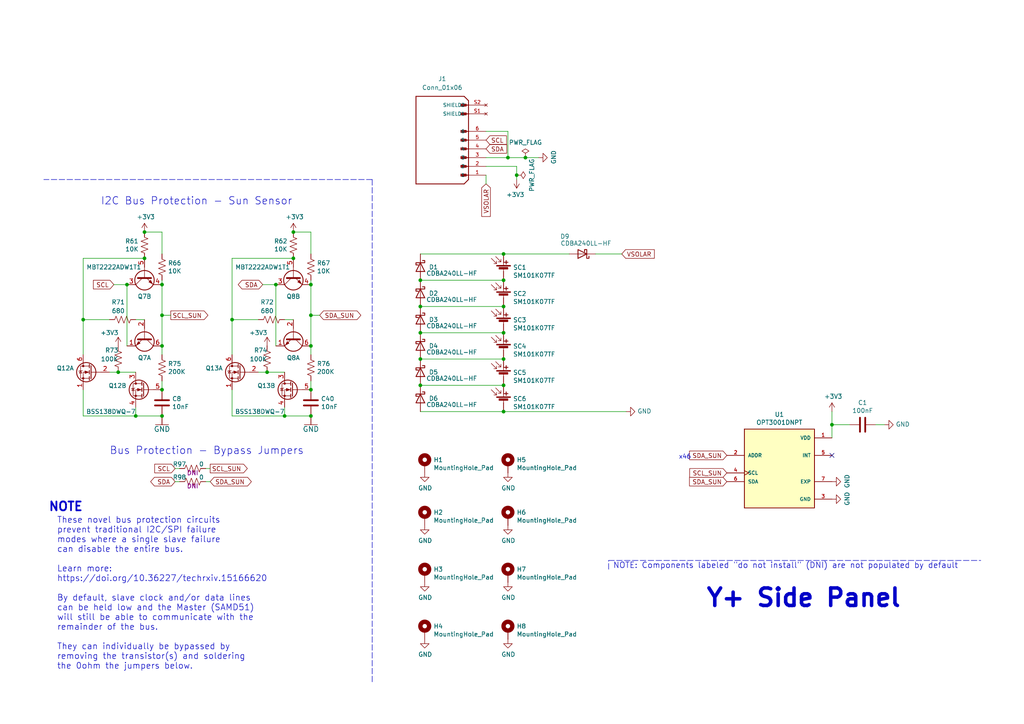
<source format=kicad_sch>
(kicad_sch (version 20211123) (generator eeschema)
  (paper "A4")
  (title_block (title "Sapling Y- Side Panel") (date "2022-05-02") (rev "Flight Ver. 1") (company "Stanford SSI") (comment 1 "Grant Regen"))
  (lib_symbols
    (symbol "Device:C" (pin_numbers hide) (pin_names (offset 0.254))
      (property "Reference" "C" (at 0.635 2.54 0))
      (property "Value" "C" (at 0.635 -2.54 0))
      (symbol "C_0_1"
        (polyline (pts (xy -2.032 -0.762) (xy 2.032 -0.762)) (stroke (width 0.508)))
        (polyline (pts (xy -2.032 0.762) (xy 2.032 0.762)) (stroke (width 0.508)))
      )
      (symbol "C_1_1"
        (pin passive line (at 0 3.81 270) (length 2.794) (name "~") (number "1"))
        (pin passive line (at 0 -3.81 90) (length 2.794) (name "~") (number "2"))
      )
    )
    (symbol "Device:D_Schottky" (pin_numbers hide) (pin_names (offset 1.016) hide)
      (property "Reference" "D" (at 0 2.54 0))
      (property "Value" "D_Schottky" (at 0 -2.54 0))
      (symbol "D_Schottky_0_1"
        (polyline (pts (xy 1.27 0) (xy -1.27 0)))
        (polyline (pts (xy 1.27 1.27) (xy 1.27 -1.27) (xy -1.27 0) (xy 1.27 1.27)) (stroke (width 0.254)))
        (polyline (pts (xy -1.905 0.635) (xy -1.905 1.27) (xy -1.27 1.27) (xy -1.27 -1.27) (xy -0.635 -1.27) (xy -0.635 -0.635)) (stroke (width 0.254)))
      )
      (symbol "D_Schottky_1_1"
        (pin passive line (at -3.81 0 0) (length 2.54) (name "K") (number "1"))
        (pin passive line (at 3.81 0 180) (length 2.54) (name "A") (number "2"))
      )
    )
    (symbol "Device:R_US" (pin_numbers hide) (pin_names (offset 0))
      (property "Reference" "R" (at 2.54 0 90))
      (property "Value" "R_US" (at -2.54 0 90))
      (symbol "R_US_0_1"
        (polyline (pts (xy 0 -2.286) (xy 0 -2.54)))
        (polyline (pts (xy 0 2.286) (xy 0 2.54)))
        (polyline (pts (xy 0 -0.762) (xy 1.016 -1.143) (xy 0 -1.524) (xy -1.016 -1.905) (xy 0 -2.286)))
        (polyline (pts (xy 0 0.762) (xy 1.016 0.381) (xy 0 0) (xy -1.016 -0.381) (xy 0 -0.762)))
        (polyline (pts (xy 0 2.286) (xy 1.016 1.905) (xy 0 1.524) (xy -1.016 1.143) (xy 0 0.762)))
      )
      (symbol "R_US_1_1"
        (pin passive line (at 0 3.81 270) (length 1.27) (name "~") (number "1"))
        (pin passive line (at 0 -3.81 90) (length 1.27) (name "~") (number "2"))
      )
    )
    (symbol "Device:Solar_Cell" (pin_numbers hide) (pin_names (offset 0) hide)
      (property "Reference" "SC" (at 2.54 2.54 0))
      (property "Value" "Solar_Cell" (at 2.54 0 0))
      (symbol "Solar_Cell_0_1"
        (rectangle (start -2.032 1.778) (end 2.032 1.524) (fill (type outline)))
        (rectangle (start -1.3208 1.1938) (end 1.27 0.6858) (fill (type outline)))
        (polyline (pts (xy -2.032 2.286) (xy -3.556 3.81)))
        (polyline (pts (xy -0.762 2.794) (xy -2.286 4.318)))
        (polyline (pts (xy 0 0.762) (xy 0 0)))
        (polyline (pts (xy 0 1.778) (xy 0 2.54)))
        (polyline (pts (xy 0.254 2.667) (xy 1.27 2.667)) (stroke (width 0.254)))
        (polyline (pts (xy 0.762 3.175) (xy 0.762 2.159)) (stroke (width 0.254)))
        (polyline (pts (xy -2.032 3.048) (xy -2.032 2.286) (xy -2.794 2.286)))
        (polyline (pts (xy -0.762 3.556) (xy -0.762 2.794) (xy -1.524 2.794)))
      )
      (symbol "Solar_Cell_1_1"
        (pin passive line (at 0 5.08 270) (length 2.54) (name "+") (number "1"))
        (pin passive line (at 0 -2.54 90) (length 2.54) (name "-") (number "2"))
      )
    )
    (symbol "Mechanical:MountingHole_Pad" (pin_numbers hide) (pin_names (offset 1.016) hide)
      (property "Reference" "H" (at 0 6.35 0))
      (property "Value" "MountingHole_Pad" (at 0 4.445 0))
      (symbol "MountingHole_Pad_0_1"
        (circle (center 0 1.27) (radius 1.27) (stroke (width 1.27)))
      )
      (symbol "MountingHole_Pad_1_1"
        (pin input line (at 0 -2.54 90) (length 2.54) (name "1") (number "1"))
      )
    )
    (symbol "Transistor_BJT:MBT2222ADW1T1" (pin_names (offset 0) hide)
      (property "Reference" "Q" (at 5.08 1.27 0))
      (property "Value" "MBT2222ADW1T1" (at 5.08 -1.27 0))
      (symbol "MBT2222ADW1T1_0_1"
        (polyline (pts (xy 0.635 0) (xy -2.54 0)))
        (polyline (pts (xy 0.635 0.635) (xy 2.54 2.54)))
        (polyline (pts (xy 0.635 -0.635) (xy 2.54 -2.54) (xy 2.54 -2.54)))
        (polyline (pts (xy 0.635 1.905) (xy 0.635 -1.905) (xy 0.635 -1.905)) (stroke (width 0.508)))
        (polyline (pts (xy 1.27 -1.778) (xy 1.778 -1.27) (xy 2.286 -2.286) (xy 1.27 -1.778) (xy 1.27 -1.778)) (fill (type outline)))
        (circle (center 1.27 0) (radius 2.8194) (stroke (width 0.254)))
      )
      (symbol "MBT2222ADW1T1_1_1"
        (pin passive line (at 2.54 -5.08 90) (length 2.54) (name "E1") (number "1"))
        (pin input line (at -5.08 0 0) (length 2.54) (name "B1") (number "2"))
        (pin passive line (at 2.54 5.08 270) (length 2.54) (name "C1") (number "6"))
      )
      (symbol "MBT2222ADW1T1_2_1"
        (pin passive line (at 2.54 5.08 270) (length 2.54) (name "C2") (number "3"))
        (pin passive line (at 2.54 -5.08 90) (length 2.54) (name "E2") (number "4"))
        (pin input line (at -5.08 0 0) (length 2.54) (name "B2") (number "5"))
      )
    )
    (symbol "mainboard:BSS138DWQ-7" (pin_names (offset 0.762) hide)
      (property "Reference" "Q" (at -2.54 5.08 0))
      (property "Value" "BSS138DWQ-7" (at 3.81 6.35 0))
      (symbol "BSS138DWQ-7_1_1"
        (polyline (pts (xy -1.016 0) (xy -3.81 0)))
        (polyline (pts (xy -1.016 1.905) (xy -1.016 -1.905)) (stroke (width 0.254)))
        (polyline (pts (xy -0.508 -1.27) (xy -0.508 -2.286)) (stroke (width 0.254)))
        (polyline (pts (xy -0.508 0.508) (xy -0.508 -0.508)) (stroke (width 0.254)))
        (polyline (pts (xy -0.508 2.286) (xy -0.508 1.27)) (stroke (width 0.254)))
        (polyline (pts (xy 1.27 2.54) (xy 1.27 1.778)))
        (polyline (pts (xy 1.27 -2.54) (xy 1.27 0) (xy -0.508 0)))
        (polyline (pts (xy -0.508 -1.778) (xy 2.032 -1.778) (xy 2.032 1.778) (xy -0.508 1.778)))
        (polyline (pts (xy -0.254 0) (xy 0.762 0.381) (xy 0.762 -0.381) (xy -0.254 0)) (fill (type outline)))
        (polyline (pts (xy 1.524 0.508) (xy 1.651 0.381) (xy 2.413 0.381) (xy 2.54 0.254)))
        (polyline (pts (xy 2.032 0.381) (xy 1.651 -0.254) (xy 2.413 -0.254) (xy 2.032 0.381)))
        (circle (center 0.381 0) (radius 2.794) (stroke (width 0.254)))
        (circle (center 1.27 -1.778) (radius 0.254) (fill (type outline)))
        (circle (center 1.27 1.778) (radius 0.254) (fill (type outline)))
        (pin passive line (at 1.27 -5.08 90) (length 2.54) (name "S2") (number "1"))
        (pin input line (at -6.35 0 0) (length 2.54) (name "G2") (number "2"))
        (pin passive line (at 1.27 5.08 270) (length 2.54) (name "D1") (number "6"))
      )
      (symbol "BSS138DWQ-7_2_1"
        (polyline (pts (xy -1.016 0) (xy -3.81 0)))
        (polyline (pts (xy -1.016 1.905) (xy -1.016 -1.905)) (stroke (width 0.254)))
        (polyline (pts (xy -0.508 -1.27) (xy -0.508 -2.286)) (stroke (width 0.254)))
        (polyline (pts (xy -0.508 0.508) (xy -0.508 -0.508)) (stroke (width 0.254)))
        (polyline (pts (xy -0.508 2.286) (xy -0.508 1.27)) (stroke (width 0.254)))
        (polyline (pts (xy 1.27 2.54) (xy 1.27 1.778)))
        (polyline (pts (xy 1.27 -2.54) (xy 1.27 0) (xy -0.508 0)))
        (polyline (pts (xy -0.508 -1.778) (xy 2.032 -1.778) (xy 2.032 1.778) (xy -0.508 1.778)))
        (polyline (pts (xy -0.254 0) (xy 0.762 0.381) (xy 0.762 -0.381) (xy -0.254 0)) (fill (type outline)))
        (polyline (pts (xy 1.524 0.508) (xy 1.651 0.381) (xy 2.413 0.381) (xy 2.54 0.254)))
        (polyline (pts (xy 2.032 0.381) (xy 1.651 -0.254) (xy 2.413 -0.254) (xy 2.032 0.381)))
        (circle (center 0.381 0) (radius 2.794) (stroke (width 0.254)))
        (circle (center 1.27 -1.778) (radius 0.254) (fill (type outline)))
        (circle (center 1.27 1.778) (radius 0.254) (fill (type outline)))
        (pin passive line (at 1.27 5.08 270) (length 2.54) (name "D2") (number "3"))
        (pin passive line (at 1.27 -5.08 90) (length 2.54) (name "S1") (number "4"))
        (pin input line (at -6.35 0 0) (length 2.54) (name "G1") (number "5"))
      )
    )
    (symbol "mainboard:GND" (power) (pin_names (offset 1.016))
      (property "Value" "GND" (at -2.54 -2.54 0))
      (symbol "GND_1_0"
        (polyline (pts (xy -1.905 0) (xy 1.905 0)))
        (pin power_in line (at 0 2.54 270) (length 2.54) (name "GND") (number "1"))
      )
    )
    (symbol "power:+3.3V" (power) (pin_names (offset 0))
      (property "Value" "+3.3V" (at 0 3.556 0))
      (symbol "+3.3V_0_1"
        (polyline (pts (xy -0.762 1.27) (xy 0 2.54)))
        (polyline (pts (xy 0 0) (xy 0 2.54)))
        (polyline (pts (xy 0 2.54) (xy 0.762 1.27)))
      )
      (symbol "+3.3V_1_1"
        (pin power_in line (at 0 0 90) (length 0) hide (name "+3V3") (number "1"))
      )
    )
    (symbol "power:GND" (power) (pin_names (offset 0))
      (property "Value" "GND" (at 0 -3.81 0))
      (symbol "GND_0_1"
        (polyline (pts (xy 0 0) (xy 0 -1.27) (xy 1.27 -1.27) (xy 0 -2.54) (xy -1.27 -1.27) (xy 0 -1.27)))
      )
      (symbol "GND_1_1"
        (pin power_in line (at 0 0 270) (length 0) hide (name "GND") (number "1"))
      )
    )
    (symbol "power:PWR_FLAG" (power) (pin_numbers hide) (pin_names (offset 0) hide)
      (property "Value" "PWR_FLAG" (at 0 3.81 0))
      (symbol "PWR_FLAG_0_0"
        (pin power_out line (at 0 0 90) (length 0) (name "pwr") (number "1"))
      )
      (symbol "PWR_FLAG_0_1"
        (polyline (pts (xy 0 0) (xy 0 1.27) (xy -1.016 1.905) (xy 0 2.54) (xy 1.016 1.905) (xy 0 1.27)))
      )
    )
    (symbol "solarpanelboards:2053380006" (pin_names (offset 1.016))
      (property "Reference" "J" (at -7.62 13.97 0))
      (property "Value" "2053380006" (at -7.62 -15.24 0))
      (symbol "2053380006_0_0"
        (rectangle (start -6.985 -10.4648) (end -5.3848 -9.8298) (fill (type outline)))
        (rectangle (start -6.985 -7.9248) (end -5.3848 -7.2898) (fill (type outline)))
        (rectangle (start -6.985 -2.8448) (end -5.3848 -2.2098) (fill (type outline)))
        (rectangle (start -6.985 -0.3048) (end -5.3848 0.3048) (fill (type outline)))
        (rectangle (start -6.985 2.2098) (end -5.3848 2.8448) (fill (type outline)))
        (rectangle (start -6.985 4.7498) (end -5.3848 5.3848) (fill (type outline)))
        (rectangle (start -6.985 7.2898) (end -5.3848 7.9248) (fill (type outline)))
        (rectangle (start -6.985 9.8298) (end -5.3848 10.4648) (fill (type outline)))
        (polyline (pts (xy -7.62 -11.43) (xy -6.35 -12.7)) (stroke (width 0.254)))
        (polyline (pts (xy -7.62 -10.16) (xy -5.715 -10.16)) (stroke (width 0.254)))
        (polyline (pts (xy -7.62 -7.62) (xy -5.715 -7.62)) (stroke (width 0.254)))
        (polyline (pts (xy -7.62 -2.54) (xy -7.62 -11.43)) (stroke (width 0.254)))
        (polyline (pts (xy -7.62 -2.54) (xy -5.715 -2.54)) (stroke (width 0.254)))
        (polyline (pts (xy -7.62 0) (xy -7.62 -2.54)) (stroke (width 0.254)))
        (polyline (pts (xy -7.62 0) (xy -5.715 0)) (stroke (width 0.254)))
        (polyline (pts (xy -7.62 2.54) (xy -7.62 0)) (stroke (width 0.254)))
        (polyline (pts (xy -7.62 2.54) (xy -5.715 2.54)) (stroke (width 0.254)))
        (polyline (pts (xy -7.62 5.08) (xy -7.62 2.54)) (stroke (width 0.254)))
        (polyline (pts (xy -7.62 5.08) (xy -5.715 5.08)) (stroke (width 0.254)))
        (polyline (pts (xy -7.62 7.62) (xy -5.715 7.62)) (stroke (width 0.254)))
        (polyline (pts (xy -7.62 10.16) (xy -5.715 10.16)) (stroke (width 0.254)))
        (polyline (pts (xy -7.62 11.43) (xy -7.62 5.08)) (stroke (width 0.254)))
        (polyline (pts (xy -7.62 11.43) (xy -6.35 12.7)) (stroke (width 0.254)))
        (polyline (pts (xy -6.35 -12.7) (xy 7.62 -12.7)) (stroke (width 0.254)))
        (polyline (pts (xy 7.62 -12.7) (xy 7.62 12.7)) (stroke (width 0.254)))
        (polyline (pts (xy 7.62 12.7) (xy -6.35 12.7)) (stroke (width 0.254)))
        (pin passive line (at -12.7 10.16 0) (length 5.08) (name "1") (number "1"))
        (pin passive line (at -12.7 7.62 0) (length 5.08) (name "2") (number "2"))
        (pin passive line (at -12.7 5.08 0) (length 5.08) (name "3") (number "3"))
        (pin passive line (at -12.7 2.54 0) (length 5.08) (name "4") (number "4"))
        (pin passive line (at -12.7 0 0) (length 5.08) (name "5") (number "5"))
        (pin passive line (at -12.7 -2.54 0) (length 5.08) (name "6") (number "6"))
        (pin no_connect line (at -12.7 -7.62 0) (length 5.08) (name "SHIELD1") (number "S1"))
        (pin no_connect line (at -12.7 -10.16 0) (length 5.08) (name "SHIELD2") (number "S2"))
      )
    )
    (symbol "solarpanelboards:OPT3001DNPT" (pin_names (offset 1.016))
      (property "Reference" "U" (at -10.16 13.97 0))
      (property "Value" "OPT3001DNPT" (at -6.35 -12.7 0))
      (symbol "OPT3001DNPT_0_0"
        (rectangle (start -10.16 -10.16) (end 10.16 12.7) (stroke (width 0.254)) (fill (type background)))
        (pin power_in line (at 15.24 10.16 180) (length 5.08) (name "VDD") (number "1"))
        (pin input line (at -15.24 5.08 0) (length 5.08) (name "ADDR") (number "2"))
        (pin power_in line (at 15.24 -7.62 180) (length 5.08) (name "GND") (number "3"))
        (pin input clock (at -15.24 0 0) (length 5.08) (name "SCL") (number "4"))
        (pin output line (at 15.24 5.08 180) (length 5.08) (name "INT") (number "5"))
        (pin bidirectional line (at -15.24 -2.54 0) (length 5.08) (name "SDA") (number "6"))
        (pin passive line (at 15.24 -2.54 180) (length 5.08) (name "EXP") (number "7"))
      )
    )
  )
  (junction (at 41.91 67.31))
  (junction (at 24.13 92.71))
  (junction (at 90.17 113.03))
  (junction (at 67.31 92.71))
  (junction (at 90.17 100.33))
  (junction (at 80.01 82.55))
  (junction (at 241.3 123.19))
  (junction (at 121.92 104.14))
  (junction (at 149.86 50.8))
  (junction (at 90.17 82.55))
  (junction (at 146.05 119.38))
  (junction (at 85.09 74.93))
  (junction (at 39.37 120.65))
  (junction (at 34.29 107.95))
  (junction (at 82.55 120.65))
  (junction (at 46.99 113.03))
  (junction (at 121.92 96.52))
  (junction (at 146.05 111.76))
  (junction (at 146.05 104.14))
  (junction (at 121.92 81.28))
  (junction (at 90.17 120.65))
  (junction (at 41.91 74.93))
  (junction (at 146.05 96.52))
  (junction (at 152.4 45.72))
  (junction (at 36.83 82.55))
  (junction (at 85.09 67.31))
  (junction (at 146.05 73.66))
  (junction (at 147.32 45.72))
  (junction (at 146.05 88.9))
  (junction (at 77.47 107.95))
  (junction (at 121.92 88.9))
  (junction (at 46.99 120.65))
  (junction (at 46.99 82.55))
  (junction (at 46.99 100.33))
  (junction (at 46.99 91.44))
  (junction (at 90.17 91.44))
  (junction (at 146.05 81.28))
  (junction (at 121.92 111.76))
  (no_connect (at 241.3 132.08))
  (wire (pts (xy 67.31 120.65) (xy 82.55 120.65)))
  (wire (pts (xy 90.17 100.33) (xy 90.17 91.44)))
  (wire (pts (xy 67.31 113.03) (xy 67.31 120.65)))
  (wire (pts (xy 90.17 102.87) (xy 90.17 100.33)))
  (wire (pts (xy 147.32 38.1) (xy 147.32 45.72)))
  (wire (pts (xy 67.31 92.71) (xy 74.93 92.71)))
  (wire (pts (xy 39.37 118.11) (xy 39.37 120.65)))
  (polyline (pts (xy 107.95 52.07) (xy 107.95 198.12)))
  (wire (pts (xy 60.96 139.7) (xy 59.69 139.7)))
  (wire (pts (xy 241.3 127) (xy 241.3 123.19)))
  (wire (pts (xy 172.72 73.66) (xy 180.34 73.66)))
  (wire (pts (xy 67.31 74.93) (xy 85.09 74.93)))
  (wire (pts (xy 254 123.19) (xy 256.54 123.19)))
  (wire (pts (xy 92.71 91.44) (xy 90.17 91.44)))
  (wire (pts (xy 46.99 67.31) (xy 41.91 67.31)))
  (wire (pts (xy 46.99 81.28) (xy 46.99 82.55)))
  (wire (pts (xy 82.55 120.65) (xy 90.17 120.65)))
  (wire (pts (xy 121.92 96.52) (xy 146.05 96.52)))
  (wire (pts (xy 147.32 45.72) (xy 152.4 45.72)))
  (wire (pts (xy 90.17 67.31) (xy 85.09 67.31)))
  (wire (pts (xy 50.8 135.89) (xy 52.07 135.89)))
  (wire (pts (xy 46.99 91.44) (xy 46.99 82.55)))
  (wire (pts (xy 39.37 107.95) (xy 34.29 107.95)))
  (wire (pts (xy 90.17 91.44) (xy 90.17 82.55)))
  (wire (pts (xy 50.8 139.7) (xy 52.07 139.7)))
  (wire (pts (xy 85.09 92.71) (xy 82.55 92.71)))
  (wire (pts (xy 46.99 100.33) (xy 46.99 91.44)))
  (wire (pts (xy 34.29 107.95) (xy 31.75 107.95)))
  (wire (pts (xy 90.17 110.49) (xy 90.17 113.03)))
  (wire (pts (xy 77.47 107.95) (xy 74.93 107.95)))
  (wire (pts (xy 241.3 123.19) (xy 241.3 119.38)))
  (wire (pts (xy 41.91 92.71) (xy 39.37 92.71)))
  (wire (pts (xy 140.97 50.8) (xy 140.97 53.34)))
  (wire (pts (xy 152.4 45.72) (xy 156.21 45.72)))
  (wire (pts (xy 121.92 81.28) (xy 146.05 81.28)))
  (wire (pts (xy 49.53 91.44) (xy 46.99 91.44)))
  (wire (pts (xy 46.99 102.87) (xy 46.99 100.33)))
  (wire (pts (xy 36.83 82.55) (xy 36.83 100.33)))
  (wire (pts (xy 82.55 118.11) (xy 82.55 120.65)))
  (polyline (pts (xy 176.53 162.56) (xy 284.48 162.56)))
  (wire (pts (xy 90.17 81.28) (xy 90.17 82.55)))
  (wire (pts (xy 67.31 92.71) (xy 67.31 74.93)))
  (wire (pts (xy 121.92 88.9) (xy 146.05 88.9)))
  (wire (pts (xy 60.96 135.89) (xy 59.69 135.89)))
  (polyline (pts (xy 107.95 52.07) (xy 12.7 52.07)))
  (wire (pts (xy 24.13 120.65) (xy 39.37 120.65)))
  (wire (pts (xy 121.92 73.66) (xy 146.05 73.66)))
  (wire (pts (xy 121.92 119.38) (xy 146.05 119.38)))
  (polyline (pts (xy 176.53 165.1) (xy 176.53 162.56)))
  (wire (pts (xy 246.38 123.19) (xy 241.3 123.19)))
  (wire (pts (xy 140.97 45.72) (xy 147.32 45.72)))
  (wire (pts (xy 80.01 82.55) (xy 80.01 100.33)))
  (wire (pts (xy 39.37 120.65) (xy 46.99 120.65)))
  (wire (pts (xy 149.86 48.26) (xy 149.86 50.8)))
  (wire (pts (xy 24.13 113.03) (xy 24.13 120.65)))
  (wire (pts (xy 24.13 102.87) (xy 24.13 92.71)))
  (wire (pts (xy 24.13 92.71) (xy 24.13 74.93)))
  (wire (pts (xy 24.13 92.71) (xy 31.75 92.71)))
  (wire (pts (xy 146.05 119.38) (xy 181.61 119.38)))
  (wire (pts (xy 121.92 104.14) (xy 146.05 104.14)))
  (wire (pts (xy 76.2 82.55) (xy 80.01 82.55)))
  (wire (pts (xy 140.97 38.1) (xy 147.32 38.1)))
  (wire (pts (xy 46.99 110.49) (xy 46.99 113.03)))
  (wire (pts (xy 33.02 82.55) (xy 36.83 82.55)))
  (wire (pts (xy 140.97 48.26) (xy 149.86 48.26)))
  (wire (pts (xy 165.1 73.66) (xy 146.05 73.66)))
  (wire (pts (xy 90.17 73.66) (xy 90.17 67.31)))
  (wire (pts (xy 121.92 111.76) (xy 146.05 111.76)))
  (wire (pts (xy 46.99 73.66) (xy 46.99 67.31)))
  (wire (pts (xy 24.13 74.93) (xy 41.91 74.93)))
  (wire (pts (xy 67.31 102.87) (xy 67.31 92.71)))
  (wire (pts (xy 149.86 50.8) (xy 149.86 52.07)))
  (wire (pts (xy 82.55 107.95) (xy 77.47 107.95)))
  (text "I2C Bus Protection - Sun Sensor" (at 29.21 59.69 0) (effects (font (size 2.159 2.159)) (justify left bottom)))
  (text "Bus Protection - Bypass Jumpers" (at 31.75 132.08 0) (effects (font (size 2.159 2.159)) (justify left bottom)))
  (text "NOTE: Components labeled \"do not install\" (DNI) are not populated by default" (at 177.8 165.1 0) (effects (font (size 1.651 1.651)) (justify left bottom)))
  (text "Y+ Side Panel" (at 204.47 176.53 0) (effects (font (size 5.08 5.08) (thickness 1.016) bold) (justify left bottom)))
  (text "x46" (at 196.85 133.35 0) (effects (font (size 1.27 1.27)) (justify left bottom)))
  (text "These novel bus protection circuits\nprevent traditional I2C/SPI failure \nmodes where a single slave failure\ncan disable the entire bus.\n\nLearn more: \nhttps://doi.org/10.36227/techrxiv.15166620\n\nBy default, slave clock and/or data lines \ncan be held low and the Master (SAMD51) \nwill still be able to communicate with the \nremainder of the bus.\n\nThey can individually be bypassed by \nremoving the transistor(s) and soldering\nthe 0ohm the jumpers below." (at 16.51 194.31 0) (effects (font (size 1.7526 1.7526)) (justify left bottom)))
  (text "NOTE" (at 13.97 148.59 0) (effects (font (size 2.54 2.54) (thickness 0.508) bold) (justify left bottom)))
  (global_label "SDA_SUN" (shape bidirectional) (at 92.71 91.44 0) (property "Intersheet References" "${INTERSHEET_REFS}" (effects hide)))
  (global_label "SDA" (shape bidirectional) (at 76.2 82.55 180) (property "Intersheet References" "${INTERSHEET_REFS}" (effects hide)))
  (global_label "SDA" (shape bidirectional) (at 50.8 139.7 180) (property "Intersheet References" "${INTERSHEET_REFS}" (effects hide)))
  (global_label "SDA_SUN" (shape input) (at 210.82 139.7 180) (property "Intersheet References" "${INTERSHEET_REFS}" (effects hide)))
  (global_label "VSOLAR" (shape input) (at 140.97 53.34 270) (property "Intersheet References" "${INTERSHEET_REFS}" (effects hide)))
  (global_label "SDA_SUN" (shape bidirectional) (at 60.96 139.7 0) (property "Intersheet References" "${INTERSHEET_REFS}" (effects hide)))
  (global_label "SCL_SUN" (shape output) (at 60.96 135.89 0) (property "Intersheet References" "${INTERSHEET_REFS}" (effects hide)))
  (global_label "SCL" (shape input) (at 140.97 40.64 0) (property "Intersheet References" "${INTERSHEET_REFS}" (effects hide)))
  (global_label "VSOLAR" (shape input) (at 180.34 73.66 0) (property "Intersheet References" "${INTERSHEET_REFS}" (effects hide)))
  (global_label "SCL" (shape input) (at 50.8 135.89 180) (property "Intersheet References" "${INTERSHEET_REFS}" (effects hide)))
  (global_label "SCL_SUN" (shape output) (at 49.53 91.44 0) (property "Intersheet References" "${INTERSHEET_REFS}" (effects hide)))
  (global_label "SDA" (shape input) (at 140.97 43.18 0) (property "Intersheet References" "${INTERSHEET_REFS}" (effects hide)))
  (global_label "SDA_SUN" (shape input) (at 210.82 132.08 180) (property "Intersheet References" "${INTERSHEET_REFS}" (effects hide)))
  (global_label "SCL" (shape input) (at 33.02 82.55 180) (property "Intersheet References" "${INTERSHEET_REFS}" (effects hide)))
  (global_label "SCL_SUN" (shape input) (at 210.82 137.16 180) (property "Intersheet References" "${INTERSHEET_REFS}" (effects hide)))
  (symbol (lib_id "mainboard:BSS138DWQ-7") (at 25.4 107.95 0) (mirror y) (unit 1)
    (property "Reference" "Q12" (at 21.463 106.7816 0) (effects (justify left)))
    (property "Value" "BSS138DWQ-7" (at 39.37 119.38 0) (effects (justify left)))
    (property "Footprint" "sputnik2U:BSS138DWQ-7" (effects hide))
    (property "Datasheet" "https://www.diodes.com/assets/Datasheets/BSS138DWQ.pdf" (effects hide))
    (property "Description" "Dual N-Channel MOSFET - 2NMOS" (effects hide))
    (property "Flight" "BSS138DWQ-7" (effects hide))
    (property "Manufacturer_Name" "Diodes Incorporated" (effects hide))
    (property "Manufacturer_Part_Number" "BSS138DWQ-7" (effects hide))
    (property "Proto" "BSS138DWQ-7" (effects hide))
  )
  (symbol (lib_id "mainboard:BSS138DWQ-7") (at 40.64 113.03 0) (mirror y) (unit 2)
    (property "Reference" "Q12" (at 36.703 111.8616 0) (effects (justify left)))
    (property "Value" "BSS138DWQ-7" (effects hide))
    (property "Footprint" "sputnik2U:BSS138DWQ-7" (effects hide))
    (property "Datasheet" "https://www.diodes.com/assets/Datasheets/BSS138DWQ.pdf" (effects hide))
    (property "Description" "Dual N-Channel MOSFET - 2NMOS" (effects hide))
    (property "Flight" "BSS138DWQ-7" (effects hide))
    (property "Manufacturer_Name" "Diodes Incorporated" (effects hide))
    (property "Manufacturer_Part_Number" "BSS138DWQ-7" (effects hide))
    (property "Proto" "BSS138DWQ-7" (effects hide))
  )
  (symbol (lib_id "Transistor_BJT:MBT2222ADW1T1") (at 41.91 97.79 270) (unit 1)
    (property "Reference" "Q7" (at 41.91 103.7844 90))
    (property "Value" "MBT2222ADW1T1" (effects hide))
    (property "Footprint" "Package_TO_SOT_SMD:SOT-363_SC-70-6" (effects hide))
    (property "Datasheet" "http://www.onsemi.com/pub_link/Collateral/MBT2222ADW1T1-D.PDF" (effects hide))
    (property "Description" "Dual NPN BJT - 2NPN" (effects hide))
    (property "Flight" "MBT2222ADW1T1G" (effects hide))
    (property "Manufacturer_Name" "ON Semiconductor" (effects hide))
    (property "Manufacturer_Part_Number" "MBT2222ADW1T1G" (effects hide))
    (property "Proto" "MBT2222ADW1T1G" (effects hide))
  )
  (symbol (lib_id "Transistor_BJT:MBT2222ADW1T1") (at 41.91 80.01 90) (mirror x) (unit 2)
    (property "Reference" "Q7" (at 41.91 85.979 90))
    (property "Value" "MBT2222ADW1T1" (at 33.02 77.47 90))
    (property "Footprint" "Package_TO_SOT_SMD:SOT-363_SC-70-6" (effects hide))
    (property "Datasheet" "http://www.onsemi.com/pub_link/Collateral/MBT2222ADW1T1-D.PDF" (effects hide))
    (property "Description" "Dual NPN BJT - 2NPN" (effects hide))
    (property "Flight" "MBT2222ADW1T1G" (effects hide))
    (property "Manufacturer_Name" "ON Semiconductor" (effects hide))
    (property "Manufacturer_Part_Number" "MBT2222ADW1T1G" (effects hide))
    (property "Proto" "MBT2222ADW1T1G" (effects hide))
  )
  (symbol (lib_id "Device:C") (at 46.99 116.84 0) (unit 1)
    (property "Reference" "C8" (at 49.911 115.6716 0) (effects (justify left)))
    (property "Value" "10nF" (at 49.911 117.983 0) (effects (justify left)))
    (property "Footprint" "Capacitor_SMD:C_0603_1608Metric" (effects hide))
    (property "Description" "10nF +-10% 50V X7R" (effects hide))
  )
  (symbol (lib_id "mainboard:GND") (at 46.99 123.19 0) (unit 1)
    (property "Reference" "#GND045" (effects hide))
    (property "Value" "GND" (at 46.99 124.46 0) (effects (font (size 1.4986 1.4986))))
  )
  (symbol (lib_id "Device:R_US") (at 46.99 77.47 0) (unit 1)
    (property "Reference" "R66" (at 48.7172 76.3016 0) (effects (justify left)))
    (property "Value" "10K" (at 48.7172 78.613 0) (effects (justify left)))
    (property "Footprint" "Resistor_SMD:R_0603_1608Metric" (effects hide))
    (property "Description" "10K 0603" (effects hide))
  )
  (symbol (lib_id "Device:R_US") (at 41.91 71.12 0) (unit 1)
    (property "Reference" "R61" (at 40.2082 69.9516 0) (effects (justify right)))
    (property "Value" "10K" (at 40.2082 72.263 0) (effects (justify right)))
    (property "Footprint" "Resistor_SMD:R_0603_1608Metric" (effects hide))
    (property "Description" "10K 0603" (effects hide))
  )
  (symbol (lib_id "Device:R_US") (at 35.56 92.71 270) (unit 1)
    (property "Reference" "R71" (at 34.29 87.63 90))
    (property "Value" "680" (at 34.29 90.17 90))
    (property "Footprint" "Resistor_SMD:R_0603_1608Metric" (effects hide))
    (property "Description" "680 0603" (effects hide))
  )
  (symbol (lib_id "Device:R_US") (at 34.29 104.14 0) (unit 1)
    (property "Reference" "R73" (at 30.48 101.6 0) (effects (justify left)))
    (property "Value" "100K" (at 29.21 104.14 0) (effects (justify left)))
    (property "Footprint" "Resistor_SMD:R_0603_1608Metric" (effects hide))
    (property "Description" "100K 0603" (effects hide))
  )
  (symbol (lib_id "Device:R_US") (at 46.99 106.68 0) (unit 1)
    (property "Reference" "R75" (at 48.7172 105.5116 0) (effects (justify left)))
    (property "Value" "200K" (at 48.7172 107.823 0) (effects (justify left)))
    (property "Footprint" "Resistor_SMD:R_0603_1608Metric" (effects hide))
    (property "Description" "200K 0603" (effects hide))
  )
  (symbol (lib_id "Transistor_BJT:MBT2222ADW1T1") (at 85.09 97.79 270) (unit 1)
    (property "Reference" "Q8" (at 85.09 103.7844 90))
    (property "Value" "MBT2222ADW1T1" (effects hide))
    (property "Footprint" "Package_TO_SOT_SMD:SOT-363_SC-70-6" (effects hide))
    (property "Datasheet" "http://www.onsemi.com/pub_link/Collateral/MBT2222ADW1T1-D.PDF" (effects hide))
    (property "Description" "Dual NPN BJT - 2NPN" (effects hide))
    (property "Flight" "MBT2222ADW1T1G" (effects hide))
    (property "Manufacturer_Name" "ON Semiconductor" (effects hide))
    (property "Manufacturer_Part_Number" "MBT2222ADW1T1G" (effects hide))
    (property "Proto" "MBT2222ADW1T1G" (effects hide))
  )
  (symbol (lib_id "Transistor_BJT:MBT2222ADW1T1") (at 85.09 80.01 90) (mirror x) (unit 2)
    (property "Reference" "Q8" (at 85.09 85.979 90))
    (property "Value" "MBT2222ADW1T1" (at 76.2 77.47 90))
    (property "Footprint" "Package_TO_SOT_SMD:SOT-363_SC-70-6" (effects hide))
    (property "Datasheet" "http://www.onsemi.com/pub_link/Collateral/MBT2222ADW1T1-D.PDF" (effects hide))
    (property "Description" "Dual NPN BJT - 2NPN" (effects hide))
    (property "Flight" "MBT2222ADW1T1G" (effects hide))
    (property "Manufacturer_Name" "ON Semiconductor" (effects hide))
    (property "Manufacturer_Part_Number" "MBT2222ADW1T1G" (effects hide))
    (property "Proto" "MBT2222ADW1T1G" (effects hide))
  )
  (symbol (lib_id "Device:C") (at 90.17 116.84 0) (unit 1)
    (property "Reference" "C40" (at 93.091 115.6716 0) (effects (justify left)))
    (property "Value" "10nF" (at 93.091 117.983 0) (effects (justify left)))
    (property "Footprint" "Capacitor_SMD:C_0603_1608Metric" (effects hide))
    (property "Description" "10nF +-10% 50V X7R" (effects hide))
  )
  (symbol (lib_id "mainboard:GND") (at 90.17 123.19 0) (unit 1)
    (property "Reference" "#GND046" (effects hide))
    (property "Value" "GND" (at 90.17 124.46 0) (effects (font (size 1.4986 1.4986))))
  )
  (symbol (lib_id "Device:R_US") (at 85.09 71.12 0) (unit 1)
    (property "Reference" "R62" (at 83.3882 69.9516 0) (effects (justify right)))
    (property "Value" "10K" (at 83.3882 72.263 0) (effects (justify right)))
    (property "Footprint" "Resistor_SMD:R_0603_1608Metric" (effects hide))
    (property "Description" "10K 0603" (effects hide))
  )
  (symbol (lib_id "Device:R_US") (at 78.74 92.71 270) (unit 1)
    (property "Reference" "R72" (at 77.47 87.63 90))
    (property "Value" "680" (at 77.47 90.17 90))
    (property "Footprint" "Resistor_SMD:R_0603_1608Metric" (effects hide))
    (property "Description" "680 0603" (effects hide))
  )
  (symbol (lib_id "mainboard:BSS138DWQ-7") (at 83.82 113.03 0) (mirror y) (unit 2)
    (property "Reference" "Q13" (at 79.883 111.8616 0) (effects (justify left)))
    (property "Value" "BSS138DWQ-7" (effects hide))
    (property "Footprint" "sputnik2U:BSS138DWQ-7" (effects hide))
    (property "Datasheet" "https://www.diodes.com/assets/Datasheets/BSS138DWQ.pdf" (effects hide))
    (property "Description" "Dual N-Channel MOSFET - 2NMOS" (effects hide))
    (property "Flight" "BSS138DWQ-7" (effects hide))
    (property "Manufacturer_Name" "Diodes Incorporated" (effects hide))
    (property "Manufacturer_Part_Number" "BSS138DWQ-7" (effects hide))
    (property "Proto" "BSS138DWQ-7" (effects hide))
  )
  (symbol (lib_id "Device:R_US") (at 90.17 106.68 0) (unit 1)
    (property "Reference" "R76" (at 91.8972 105.5116 0) (effects (justify left)))
    (property "Value" "200K" (at 91.8972 107.823 0) (effects (justify left)))
    (property "Footprint" "Resistor_SMD:R_0603_1608Metric" (effects hide))
    (property "Description" "200K 0603" (effects hide))
  )
  (symbol (lib_id "Device:R_US") (at 77.47 104.14 0) (unit 1)
    (property "Reference" "R74" (at 73.66 101.6 0) (effects (justify left)))
    (property "Value" "100K" (at 72.39 104.14 0) (effects (justify left)))
    (property "Footprint" "Resistor_SMD:R_0603_1608Metric" (effects hide))
    (property "Description" "100K 0603" (effects hide))
  )
  (symbol (lib_id "mainboard:BSS138DWQ-7") (at 68.58 107.95 0) (mirror y) (unit 1)
    (property "Reference" "Q13" (at 64.643 106.7816 0) (effects (justify left)))
    (property "Value" "BSS138DWQ-7" (at 82.55 119.38 0) (effects (justify left)))
    (property "Footprint" "sputnik2U:BSS138DWQ-7" (effects hide))
    (property "Datasheet" "https://www.diodes.com/assets/Datasheets/BSS138DWQ.pdf" (effects hide))
    (property "Description" "Dual N-Channel MOSFET - 2NMOS" (effects hide))
    (property "Flight" "BSS138DWQ-7" (effects hide))
    (property "Manufacturer_Name" "Diodes Incorporated" (effects hide))
    (property "Manufacturer_Part_Number" "BSS138DWQ-7" (effects hide))
    (property "Proto" "BSS138DWQ-7" (effects hide))
  )
  (symbol (lib_id "Device:R_US") (at 90.17 77.47 0) (unit 1)
    (property "Reference" "R67" (at 91.8972 76.3016 0) (effects (justify left)))
    (property "Value" "10K" (at 91.8972 78.613 0) (effects (justify left)))
    (property "Footprint" "Resistor_SMD:R_0603_1608Metric" (effects hide))
    (property "Description" "10K 0603" (effects hide))
  )
  (symbol (lib_id "Device:R_US") (at 55.88 135.89 270) (unit 1)
    (property "Reference" "R97" (at 52.07 134.62 90))
    (property "Value" "0" (at 58.42 134.62 90))
    (property "Footprint" "Resistor_SMD:R_0603_1608Metric" (effects hide))
    (property "DNI" "DNI" (at 55.88 137.16 90))
    (property "Description" "0 0603" (effects hide))
  )
  (symbol (lib_id "Device:R_US") (at 55.88 139.7 270) (unit 1)
    (property "Reference" "R98" (at 52.07 138.43 90))
    (property "Value" "0" (at 58.42 138.43 90))
    (property "Footprint" "Resistor_SMD:R_0603_1608Metric" (effects hide))
    (property "DNI" "DNI" (at 55.88 140.97 90))
    (property "Description" "0 0603" (effects hide))
  )
  (symbol (lib_id "Device:Solar_Cell") (at 146.05 93.98 0) (unit 1)
    (property "Reference" "SC3" (at 148.7932 92.8116 0) (effects (justify left)))
    (property "Value" "SM101K07TF" (at 148.7932 95.123 0) (effects (justify left)))
    (property "Footprint" "sputnik2U:SM101K07TF" (effects hide))
  )
  (symbol (lib_id "Device:D_Schottky") (at 121.92 100.33 270) (unit 1)
    (property "Reference" "D4" (at 125.73 100.33 90))
    (property "Value" "CDBA240LL-HF" (at 138.43 102.87 90) (effects (justify right bottom)))
    (property "Footprint" "sputnik2U:DO-214AC" (effects hide))
  )
  (symbol (lib_id "Device:D_Schottky") (at 121.92 107.95 270) (unit 1)
    (property "Reference" "D5" (at 125.73 107.95 90))
    (property "Value" "CDBA240LL-HF" (at 138.43 110.49 90) (effects (justify right bottom)))
    (property "Footprint" "sputnik2U:DO-214AC" (effects hide))
  )
  (symbol (lib_id "power:GND") (at 256.54 123.19 90) (unit 1)
    (property "Reference" "#PWR0103" (effects hide))
    (property "Value" "GND" (at 259.7912 123.063 90) (effects (justify right)))
  )
  (symbol (lib_id "solarpanelboards:2053380006") (at 128.27 40.64 180) (unit 1)
    (property "Reference" "J1" (at 128.27 22.86 0))
    (property "Value" "Conn_01x06" (at 128.27 25.4 0))
    (property "Footprint" "sputnik2U:MOLEX_2053380006" (effects hide))
  )
  (symbol (lib_id "Mechanical:MountingHole_Pad") (at 123.19 134.62 0) (unit 1) (in_bom no)
    (property "Reference" "H1" (at 125.73 133.3754 0) (effects (justify left)))
    (property "Value" "MountingHole_Pad" (at 125.73 135.6868 0) (effects (justify left)))
    (property "Footprint" "MountingHole:MountingHole_2.2mm_M2_DIN965_Pad_TopBottom" (effects hide))
  )
  (symbol (lib_id "power:GND") (at 123.19 137.16 0) (unit 1)
    (property "Reference" "#PWR01" (effects hide))
    (property "Value" "GND" (at 123.317 141.5542 0))
  )
  (symbol (lib_id "Mechanical:MountingHole_Pad") (at 147.32 134.62 0) (unit 1) (in_bom no)
    (property "Reference" "H5" (at 149.86 133.3754 0) (effects (justify left)))
    (property "Value" "MountingHole_Pad" (at 149.86 135.6868 0) (effects (justify left)))
    (property "Footprint" "MountingHole:MountingHole_2.2mm_M2_DIN965_Pad_TopBottom" (effects hide))
  )
  (symbol (lib_id "power:GND") (at 147.32 137.16 0) (unit 1)
    (property "Reference" "#PWR05" (effects hide))
    (property "Value" "GND" (at 147.447 141.5542 0))
  )
  (symbol (lib_id "Mechanical:MountingHole_Pad") (at 123.19 149.86 0) (unit 1) (in_bom no)
    (property "Reference" "H2" (at 125.73 148.6154 0) (effects (justify left)))
    (property "Value" "MountingHole_Pad" (at 125.73 150.9268 0) (effects (justify left)))
    (property "Footprint" "MountingHole:MountingHole_2.2mm_M2_DIN965_Pad_TopBottom" (effects hide))
  )
  (symbol (lib_id "power:GND") (at 123.19 152.4 0) (unit 1)
    (property "Reference" "#PWR02" (effects hide))
    (property "Value" "GND" (at 123.317 156.7942 0))
  )
  (symbol (lib_id "Mechanical:MountingHole_Pad") (at 147.32 149.86 0) (unit 1) (in_bom no)
    (property "Reference" "H6" (at 149.86 148.6154 0) (effects (justify left)))
    (property "Value" "MountingHole_Pad" (at 149.86 150.9268 0) (effects (justify left)))
    (property "Footprint" "MountingHole:MountingHole_2.2mm_M2_DIN965_Pad_TopBottom" (effects hide))
  )
  (symbol (lib_id "power:GND") (at 147.32 152.4 0) (unit 1)
    (property "Reference" "#PWR06" (effects hide))
    (property "Value" "GND" (at 147.447 156.7942 0))
  )
  (symbol (lib_id "Mechanical:MountingHole_Pad") (at 123.19 166.37 0) (unit 1) (in_bom no)
    (property "Reference" "H3" (at 125.73 165.1254 0) (effects (justify left)))
    (property "Value" "MountingHole_Pad" (at 125.73 167.4368 0) (effects (justify left)))
    (property "Footprint" "MountingHole:MountingHole_2.2mm_M2_DIN965_Pad_TopBottom" (effects hide))
  )
  (symbol (lib_id "power:GND") (at 123.19 168.91 0) (unit 1)
    (property "Reference" "#PWR03" (effects hide))
    (property "Value" "GND" (at 123.317 173.3042 0))
  )
  (symbol (lib_id "Mechanical:MountingHole_Pad") (at 147.32 166.37 0) (unit 1) (in_bom no)
    (property "Reference" "H7" (at 149.86 165.1254 0) (effects (justify left)))
    (property "Value" "MountingHole_Pad" (at 149.86 167.4368 0) (effects (justify left)))
    (property "Footprint" "MountingHole:MountingHole_2.2mm_M2_DIN965_Pad_TopBottom" (effects hide))
  )
  (symbol (lib_id "power:GND") (at 147.32 168.91 0) (unit 1)
    (property "Reference" "#PWR07" (effects hide))
    (property "Value" "GND" (at 147.447 173.3042 0))
  )
  (symbol (lib_id "Mechanical:MountingHole_Pad") (at 123.19 182.88 0) (unit 1) (in_bom no)
    (property "Reference" "H4" (at 125.73 181.6354 0) (effects (justify left)))
    (property "Value" "MountingHole_Pad" (at 125.73 183.9468 0) (effects (justify left)))
    (property "Footprint" "MountingHole:MountingHole_2.2mm_M2_DIN965_Pad_TopBottom" (effects hide))
  )
  (symbol (lib_id "power:GND") (at 123.19 185.42 0) (unit 1)
    (property "Reference" "#PWR04" (effects hide))
    (property "Value" "GND" (at 123.317 189.8142 0))
  )
  (symbol (lib_id "Mechanical:MountingHole_Pad") (at 147.32 182.88 0) (unit 1) (in_bom no)
    (property "Reference" "H8" (at 149.86 181.6354 0) (effects (justify left)))
    (property "Value" "MountingHole_Pad" (at 149.86 183.9468 0) (effects (justify left)))
    (property "Footprint" "MountingHole:MountingHole_2.2mm_M2_DIN965_Pad_TopBottom" (effects hide))
  )
  (symbol (lib_id "power:GND") (at 147.32 185.42 0) (unit 1)
    (property "Reference" "#PWR08" (effects hide))
    (property "Value" "GND" (at 147.447 189.8142 0))
  )
  (symbol (lib_id "Device:Solar_Cell") (at 146.05 101.6 0) (unit 1)
    (property "Reference" "SC4" (at 148.7932 100.4316 0) (effects (justify left)))
    (property "Value" "SM101K07TF" (at 148.7932 102.743 0) (effects (justify left)))
    (property "Footprint" "sputnik2U:SM101K07TF" (effects hide))
  )
  (symbol (lib_id "Device:C") (at 250.19 123.19 90) (unit 1)
    (property "Reference" "C1" (at 250.19 116.7892 90))
    (property "Value" "100nF" (at 250.19 119.1006 90))
    (property "Footprint" "Capacitor_SMD:C_0603_1608Metric" (effects hide))
  )
  (symbol (lib_id "power:GND") (at 241.3 139.7 90) (unit 1)
    (property "Reference" "#PWR0101" (effects hide))
    (property "Value" "GND" (at 245.6942 139.573 0))
  )
  (symbol (lib_id "Device:Solar_Cell") (at 146.05 78.74 0) (unit 1)
    (property "Reference" "SC1" (at 148.7932 77.5716 0) (effects (justify left)))
    (property "Value" "SM101K07TF" (at 148.7932 79.883 0) (effects (justify left)))
    (property "Footprint" "sputnik2U:SM101K07TF" (effects hide))
  )
  (symbol (lib_id "Device:Solar_Cell") (at 146.05 109.22 0) (unit 1)
    (property "Reference" "SC5" (at 148.7932 108.0516 0) (effects (justify left)))
    (property "Value" "SM101K07TF" (at 148.7932 110.363 0) (effects (justify left)))
    (property "Footprint" "sputnik2U:SM101K07TF" (effects hide))
  )
  (symbol (lib_id "Device:D_Schottky") (at 121.92 115.57 270) (unit 1)
    (property "Reference" "D6" (at 125.73 115.57 90))
    (property "Value" "CDBA240LL-HF" (at 138.43 118.11 90) (effects (justify right bottom)))
    (property "Footprint" "sputnik2U:DO-214AC" (effects hide))
  )
  (symbol (lib_id "power:GND") (at 181.61 119.38 90) (unit 1)
    (property "Reference" "#PWR0109" (effects hide))
    (property "Value" "GND" (at 184.8612 119.253 90) (effects (justify right)))
  )
  (symbol (lib_id "power:+3.3V") (at 149.86 52.07 180) (unit 1)
    (property "Reference" "#PWR0111" (effects hide))
    (property "Value" "+3.3V" (at 149.479 56.4642 0))
  )
  (symbol (lib_id "power:GND") (at 241.3 144.78 90) (unit 1)
    (property "Reference" "#PWR0112" (effects hide))
    (property "Value" "GND" (at 245.6942 144.653 0))
  )
  (symbol (lib_id "power:PWR_FLAG") (at 149.86 50.8 270) (unit 1)
    (property "Reference" "#FLG0101" (effects hide))
    (property "Value" "PWR_FLAG" (at 154.2542 50.8 0))
  )
  (symbol (lib_id "power:PWR_FLAG") (at 152.4 45.72 0) (unit 1)
    (property "Reference" "#FLG0102" (effects hide))
    (property "Value" "PWR_FLAG" (at 152.4 41.3258 0))
  )
  (symbol (lib_id "Device:D_Schottky") (at 121.92 77.47 270) (unit 1)
    (property "Reference" "D1" (at 125.73 77.47 90))
    (property "Value" "CDBA240LL-HF" (at 138.43 80.01 90) (effects (justify right bottom)))
    (property "Footprint" "sputnik2U:DO-214AC" (effects hide))
  )
  (symbol (lib_id "Device:D_Schottky") (at 168.91 73.66 180) (unit 1)
    (property "Reference" "D9" (at 163.83 68.58 0))
    (property "Value" "CDBA240LL-HF" (at 162.56 69.85 0) (effects (justify right bottom)))
    (property "Footprint" "sputnik2U:DO-214AC" (effects hide))
  )
  (symbol (lib_id "Device:D_Schottky") (at 121.92 85.09 270) (unit 1)
    (property "Reference" "D2" (at 125.73 85.09 90))
    (property "Value" "CDBA240LL-HF" (at 138.43 87.63 90) (effects (justify right bottom)))
    (property "Footprint" "sputnik2U:DO-214AC" (effects hide))
  )
  (symbol (lib_id "Device:Solar_Cell") (at 146.05 86.36 0) (unit 1)
    (property "Reference" "SC2" (at 148.7932 85.1916 0) (effects (justify left)))
    (property "Value" "SM101K07TF" (at 148.7932 87.503 0) (effects (justify left)))
    (property "Footprint" "sputnik2U:SM101K07TF" (effects hide))
  )
  (symbol (lib_id "Device:D_Schottky") (at 121.92 92.71 270) (unit 1)
    (property "Reference" "D3" (at 125.73 92.71 90))
    (property "Value" "CDBA240LL-HF" (at 138.43 95.25 90) (effects (justify right bottom)))
    (property "Footprint" "sputnik2U:DO-214AC" (effects hide))
  )
  (symbol (lib_id "solarpanelboards:OPT3001DNPT") (at 226.06 137.16 0) (unit 1)
    (property "Reference" "U1" (at 226.06 120.2182 0))
    (property "Value" "OPT3001DNPT" (at 226.06 122.5296 0))
    (property "Footprint" "sapling:OPT3001" (effects hide))
    (property "STANDARD" "IPC 7351B" (effects hide))
  )
  (symbol (lib_id "Device:Solar_Cell") (at 146.05 116.84 0) (unit 1)
    (property "Reference" "SC6" (at 148.7932 115.6716 0) (effects (justify left)))
    (property "Value" "SM101K07TF" (at 148.7932 117.983 0) (effects (justify left)))
    (property "Footprint" "sputnik2U:SM101K07TF" (effects hide))
  )
  (symbol (lib_id "power:+3.3V") (at 241.3 119.38 0) (unit 1)
    (property "Reference" "#PWR0102" (effects hide))
    (property "Value" "+3.3V" (at 241.681 114.9858 0))
  )
  (symbol (lib_id "power:GND") (at 156.21 45.72 90) (unit 1)
    (property "Reference" "#PWR0110" (effects hide))
    (property "Value" "GND" (at 160.6042 45.593 0))
  )
  (symbol (lib_id "power:+3.3V") (at 85.09 67.31 0) (unit 1)
    (property "Reference" "#PWR0104" (effects hide))
    (property "Value" "+3.3V" (at 85.471 62.9158 0))
  )
  (symbol (lib_id "power:+3.3V") (at 41.91 67.31 0) (unit 1)
    (property "Reference" "#PWR0105" (effects hide))
    (property "Value" "+3.3V" (at 42.291 62.9158 0))
  )
  (symbol (lib_id "power:+3.3V") (at 77.47 100.33 0) (unit 1)
    (property "Reference" "#PWR0106" (effects hide))
    (property "Value" "+3.3V" (at 74.93 96.52 0))
  )
  (symbol (lib_id "power:+3.3V") (at 34.29 100.33 0) (unit 1)
    (property "Reference" "#PWR0107" (effects hide))
    (property "Value" "+3.3V" (at 31.75 96.52 0))
  )
)
</source>
